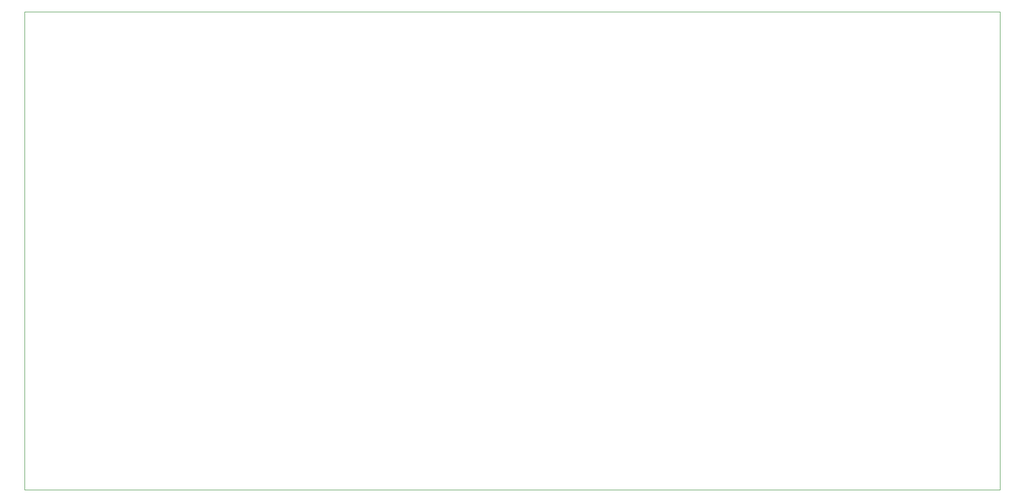
<source format=gm1>
G04 #@! TF.GenerationSoftware,KiCad,Pcbnew,(5.1.10)-1*
G04 #@! TF.CreationDate,2023-10-25T11:46:50-04:00*
G04 #@! TF.ProjectId,LED_Matrix_Driver,4c45445f-4d61-4747-9269-785f44726976,rev?*
G04 #@! TF.SameCoordinates,Original*
G04 #@! TF.FileFunction,Profile,NP*
%FSLAX46Y46*%
G04 Gerber Fmt 4.6, Leading zero omitted, Abs format (unit mm)*
G04 Created by KiCad (PCBNEW (5.1.10)-1) date 2023-10-25 11:46:50*
%MOMM*%
%LPD*%
G01*
G04 APERTURE LIST*
G04 #@! TA.AperFunction,Profile*
%ADD10C,0.050000*%
G04 #@! TD*
G04 APERTURE END LIST*
D10*
X116840000Y-11430000D02*
X285115000Y-11430000D01*
X116840000Y-93980000D02*
X116840000Y-11430000D01*
X285115000Y-93980000D02*
X116840000Y-93980000D01*
X285115000Y-11430000D02*
X285115000Y-93980000D01*
M02*

</source>
